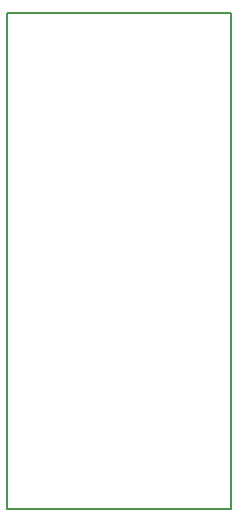
<source format=gbp>
G75*
%MOIN*%
%OFA0B0*%
%FSLAX25Y25*%
%IPPOS*%
%LPD*%
%AMOC8*
5,1,8,0,0,1.08239X$1,22.5*
%
%ADD10C,0.00800*%
D10*
X0031348Y0001800D02*
X0106152Y0001800D01*
X0106152Y0167154D01*
X0031348Y0167154D01*
X0031348Y0001800D01*
M02*

</source>
